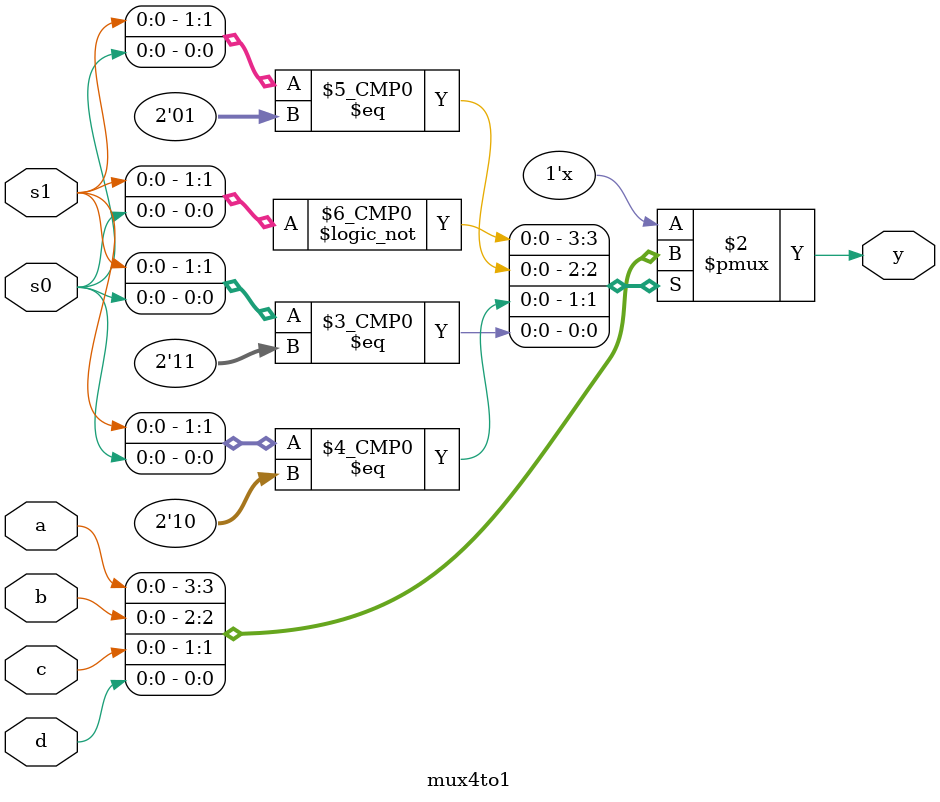
<source format=v>
module mux4to1(output reg y, input s1,s0 ,d,c,b,a);
    always @(*) 
        case({s1,s0})
            2'b00:  y = a;
            2'b01:  y = b;
            2'b10:  y = c;
            2'b11:  y = d;
            default:    y = 1'bx;
        endcase
endmodule

</source>
